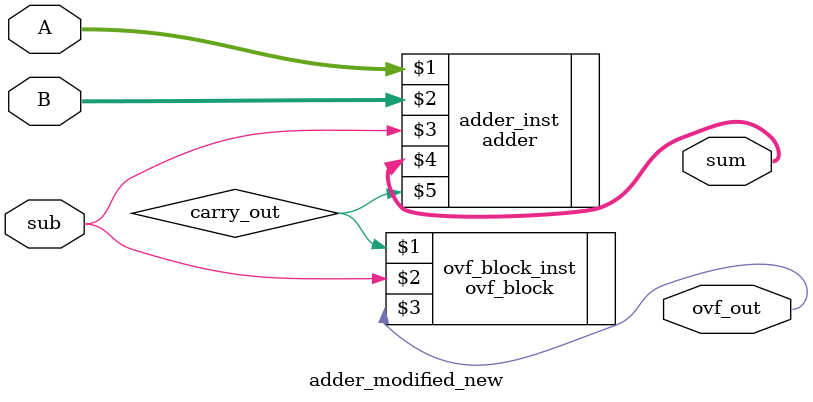
<source format=v>
module adder_modified_new (A,B,sub,sum,ovf_out);
input [26:0]A,B;
input sub;
output wire [26:0]sum;
output wire ovf_out;
//internal signals
wire carry_out;
//instances
adder adder_inst (A,B,sub,sum,carry_out);
ovf_block ovf_block_inst (carry_out , sub , ovf_out);
endmodule
</source>
